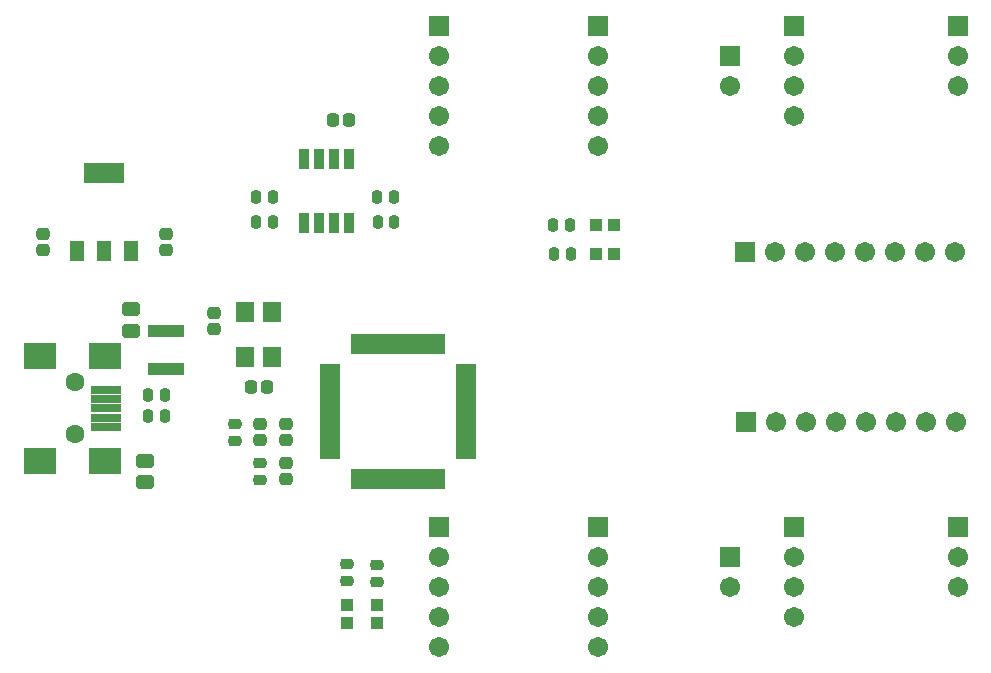
<source format=gbr>
G04*
G04 #@! TF.GenerationSoftware,Altium Limited,Altium Designer,23.6.0 (18)*
G04*
G04 Layer_Color=8388736*
%FSLAX44Y44*%
%MOMM*%
G71*
G04*
G04 #@! TF.SameCoordinates,D937CF5F-481C-4708-B2B1-4CAA2D9F1EF8*
G04*
G04*
G04 #@! TF.FilePolarity,Negative*
G04*
G01*
G75*
%ADD30R,2.5032X0.7032*%
%ADD31R,2.7032X2.2032*%
G04:AMPARAMS|DCode=32|XSize=1.1032mm|YSize=0.9032mm|CornerRadius=0.2766mm|HoleSize=0mm|Usage=FLASHONLY|Rotation=90.000|XOffset=0mm|YOffset=0mm|HoleType=Round|Shape=RoundedRectangle|*
%AMROUNDEDRECTD32*
21,1,1.1032,0.3500,0,0,90.0*
21,1,0.5500,0.9032,0,0,90.0*
1,1,0.5532,0.1750,0.2750*
1,1,0.5532,0.1750,-0.2750*
1,1,0.5532,-0.1750,-0.2750*
1,1,0.5532,-0.1750,0.2750*
%
%ADD32ROUNDEDRECTD32*%
%ADD33R,1.0032X1.0032*%
%ADD34R,1.0032X1.0032*%
%ADD35R,1.5032X1.8032*%
G04:AMPARAMS|DCode=36|XSize=1.1032mm|YSize=0.9032mm|CornerRadius=0.2766mm|HoleSize=0mm|Usage=FLASHONLY|Rotation=0.000|XOffset=0mm|YOffset=0mm|HoleType=Round|Shape=RoundedRectangle|*
%AMROUNDEDRECTD36*
21,1,1.1032,0.3500,0,0,0.0*
21,1,0.5500,0.9032,0,0,0.0*
1,1,0.5532,0.2750,-0.1750*
1,1,0.5532,-0.2750,-0.1750*
1,1,0.5532,-0.2750,0.1750*
1,1,0.5532,0.2750,0.1750*
%
%ADD36ROUNDEDRECTD36*%
%ADD37R,1.1532X1.6532*%
%ADD38R,3.4532X1.6532*%
G04:AMPARAMS|DCode=39|XSize=1.1532mm|YSize=1.0532mm|CornerRadius=0.3141mm|HoleSize=0mm|Usage=FLASHONLY|Rotation=180.000|XOffset=0mm|YOffset=0mm|HoleType=Round|Shape=RoundedRectangle|*
%AMROUNDEDRECTD39*
21,1,1.1532,0.4250,0,0,180.0*
21,1,0.5250,1.0532,0,0,180.0*
1,1,0.6282,-0.2625,0.2125*
1,1,0.6282,0.2625,0.2125*
1,1,0.6282,0.2625,-0.2125*
1,1,0.6282,-0.2625,-0.2125*
%
%ADD39ROUNDEDRECTD39*%
G04:AMPARAMS|DCode=40|XSize=1.5532mm|YSize=1.2032mm|CornerRadius=0.3516mm|HoleSize=0mm|Usage=FLASHONLY|Rotation=180.000|XOffset=0mm|YOffset=0mm|HoleType=Round|Shape=RoundedRectangle|*
%AMROUNDEDRECTD40*
21,1,1.5532,0.5000,0,0,180.0*
21,1,0.8500,1.2032,0,0,180.0*
1,1,0.7032,-0.4250,0.2500*
1,1,0.7032,0.4250,0.2500*
1,1,0.7032,0.4250,-0.2500*
1,1,0.7032,-0.4250,-0.2500*
%
%ADD40ROUNDEDRECTD40*%
%ADD41R,3.0132X1.0832*%
%ADD42R,1.6782X0.5032*%
%ADD43R,0.5032X1.6782*%
%ADD44R,0.8532X1.7282*%
G04:AMPARAMS|DCode=45|XSize=1.1532mm|YSize=1.0532mm|CornerRadius=0.3141mm|HoleSize=0mm|Usage=FLASHONLY|Rotation=270.000|XOffset=0mm|YOffset=0mm|HoleType=Round|Shape=RoundedRectangle|*
%AMROUNDEDRECTD45*
21,1,1.1532,0.4250,0,0,270.0*
21,1,0.5250,1.0532,0,0,270.0*
1,1,0.6282,-0.2125,-0.2625*
1,1,0.6282,-0.2125,0.2625*
1,1,0.6282,0.2125,0.2625*
1,1,0.6282,0.2125,-0.2625*
%
%ADD45ROUNDEDRECTD45*%
%ADD46C,1.6032*%
%ADD47R,1.7032X1.7032*%
%ADD48C,1.7032*%
%ADD49R,1.7032X1.7032*%
D30*
X89000Y267460D02*
D03*
Y259460D02*
D03*
Y251460D02*
D03*
Y243460D02*
D03*
Y235460D02*
D03*
D31*
X33000Y295960D02*
D03*
X88000D02*
D03*
Y206960D02*
D03*
X33000D02*
D03*
D32*
X482600Y382270D02*
D03*
X468600D02*
D03*
X481980Y406400D02*
D03*
X467980D02*
D03*
X139080Y262890D02*
D03*
X125080D02*
D03*
X139080Y245110D02*
D03*
X125080D02*
D03*
X216520Y408940D02*
D03*
X230520D02*
D03*
X216520Y430530D02*
D03*
X230520D02*
D03*
X333390Y408940D02*
D03*
X319390D02*
D03*
X318770Y430530D02*
D03*
X332770D02*
D03*
D33*
X504310Y406400D02*
D03*
X519310D02*
D03*
X504310Y382270D02*
D03*
X519310D02*
D03*
D34*
X293370Y84970D02*
D03*
Y69970D02*
D03*
X318770Y84970D02*
D03*
Y69970D02*
D03*
D35*
X229940Y332690D02*
D03*
Y294690D02*
D03*
X206940D02*
D03*
Y332690D02*
D03*
D36*
X293370Y105380D02*
D03*
Y119380D02*
D03*
X318770Y104760D02*
D03*
Y118760D02*
D03*
X219835Y205120D02*
D03*
Y191120D02*
D03*
X198120Y238140D02*
D03*
Y224140D02*
D03*
D37*
X64730Y384830D02*
D03*
X87630D02*
D03*
X110530D02*
D03*
D38*
X87630Y450830D02*
D03*
D39*
X35560Y385680D02*
D03*
Y399180D02*
D03*
X139700D02*
D03*
Y385680D02*
D03*
X241300Y204870D02*
D03*
Y191370D02*
D03*
Y224390D02*
D03*
Y237890D02*
D03*
X219835Y224390D02*
D03*
Y237890D02*
D03*
X180340Y318370D02*
D03*
Y331870D02*
D03*
D40*
X110490Y317390D02*
D03*
Y335390D02*
D03*
X121920Y207120D02*
D03*
Y189120D02*
D03*
D41*
X139700Y284640D02*
D03*
Y317340D02*
D03*
D42*
X279170Y286420D02*
D03*
Y281420D02*
D03*
Y276420D02*
D03*
Y271420D02*
D03*
Y266420D02*
D03*
Y261420D02*
D03*
Y256420D02*
D03*
Y251420D02*
D03*
Y246420D02*
D03*
Y241420D02*
D03*
Y236420D02*
D03*
Y231420D02*
D03*
Y226420D02*
D03*
Y221420D02*
D03*
Y216420D02*
D03*
Y211420D02*
D03*
X393930D02*
D03*
Y216420D02*
D03*
Y221420D02*
D03*
Y226420D02*
D03*
Y231420D02*
D03*
Y236420D02*
D03*
Y241420D02*
D03*
Y246420D02*
D03*
Y251420D02*
D03*
Y256420D02*
D03*
Y261420D02*
D03*
Y266420D02*
D03*
Y271420D02*
D03*
Y276420D02*
D03*
Y281420D02*
D03*
Y286420D02*
D03*
D43*
X299050Y191540D02*
D03*
X304050D02*
D03*
X309050D02*
D03*
X314050D02*
D03*
X319050D02*
D03*
X324050D02*
D03*
X329050D02*
D03*
X334050D02*
D03*
X339050D02*
D03*
X344050D02*
D03*
X349050D02*
D03*
X354050D02*
D03*
X359050D02*
D03*
X364050D02*
D03*
X369050D02*
D03*
X374050D02*
D03*
Y306300D02*
D03*
X369050D02*
D03*
X364050D02*
D03*
X359050D02*
D03*
X354050D02*
D03*
X349050D02*
D03*
X344050D02*
D03*
X339050D02*
D03*
X334050D02*
D03*
X329050D02*
D03*
X324050D02*
D03*
X319050D02*
D03*
X314050D02*
D03*
X309050D02*
D03*
X304050D02*
D03*
X299050D02*
D03*
D44*
X256540Y408490D02*
D03*
X269240D02*
D03*
X281940D02*
D03*
X294640D02*
D03*
Y462730D02*
D03*
X281940D02*
D03*
X269240D02*
D03*
X256540D02*
D03*
D45*
X295040Y495300D02*
D03*
X281540D02*
D03*
X211690Y269240D02*
D03*
X225190D02*
D03*
D46*
X63000Y273460D02*
D03*
Y229460D02*
D03*
D47*
X810260Y575310D02*
D03*
X671830D02*
D03*
X617220Y549910D02*
D03*
X505460Y575310D02*
D03*
X370840D02*
D03*
X810260Y151130D02*
D03*
X617220Y125730D02*
D03*
X505460Y151130D02*
D03*
X370840D02*
D03*
X671830D02*
D03*
D48*
X810260Y549910D02*
D03*
Y524510D02*
D03*
X671830Y499110D02*
D03*
Y524510D02*
D03*
Y549910D02*
D03*
X617220Y524510D02*
D03*
X505460Y473710D02*
D03*
Y499110D02*
D03*
Y524510D02*
D03*
Y549910D02*
D03*
X370840Y473710D02*
D03*
Y499110D02*
D03*
Y524510D02*
D03*
Y549910D02*
D03*
X655320Y383540D02*
D03*
X680720D02*
D03*
X706120D02*
D03*
X731520D02*
D03*
X756920D02*
D03*
X782320D02*
D03*
X807720D02*
D03*
X810260Y125730D02*
D03*
Y100330D02*
D03*
X617220D02*
D03*
X505460Y49530D02*
D03*
Y74930D02*
D03*
Y100330D02*
D03*
Y125730D02*
D03*
X370840Y49530D02*
D03*
Y74930D02*
D03*
Y100330D02*
D03*
Y125730D02*
D03*
X671830Y74930D02*
D03*
Y100330D02*
D03*
Y125730D02*
D03*
X656590Y240030D02*
D03*
X681990D02*
D03*
X707390D02*
D03*
X732790D02*
D03*
X758190D02*
D03*
X783590D02*
D03*
X808990D02*
D03*
D49*
X629920Y383540D02*
D03*
X631190Y240030D02*
D03*
M02*

</source>
